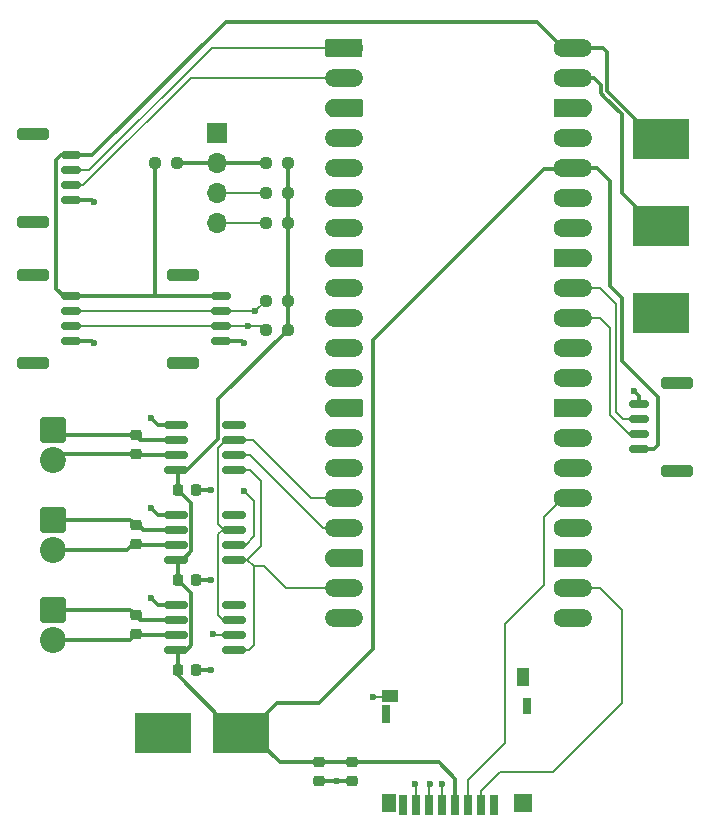
<source format=gtl>
%TF.GenerationSoftware,KiCad,Pcbnew,9.0.0*%
%TF.CreationDate,2025-06-15T18:58:11-04:00*%
%TF.ProjectId,data-logger,64617461-2d6c-46f6-9767-65722e6b6963,rev?*%
%TF.SameCoordinates,Original*%
%TF.FileFunction,Copper,L1,Top*%
%TF.FilePolarity,Positive*%
%FSLAX46Y46*%
G04 Gerber Fmt 4.6, Leading zero omitted, Abs format (unit mm)*
G04 Created by KiCad (PCBNEW 9.0.0) date 2025-06-15 18:58:11*
%MOMM*%
%LPD*%
G01*
G04 APERTURE LIST*
G04 Aperture macros list*
%AMRoundRect*
0 Rectangle with rounded corners*
0 $1 Rounding radius*
0 $2 $3 $4 $5 $6 $7 $8 $9 X,Y pos of 4 corners*
0 Add a 4 corners polygon primitive as box body*
4,1,4,$2,$3,$4,$5,$6,$7,$8,$9,$2,$3,0*
0 Add four circle primitives for the rounded corners*
1,1,$1+$1,$2,$3*
1,1,$1+$1,$4,$5*
1,1,$1+$1,$6,$7*
1,1,$1+$1,$8,$9*
0 Add four rect primitives between the rounded corners*
20,1,$1+$1,$2,$3,$4,$5,0*
20,1,$1+$1,$4,$5,$6,$7,0*
20,1,$1+$1,$6,$7,$8,$9,0*
20,1,$1+$1,$8,$9,$2,$3,0*%
%AMFreePoly0*
4,1,37,0.800000,0.796148,0.878414,0.796148,1.032228,0.765552,1.177117,0.705537,1.307515,0.618408,1.418408,0.507515,1.505537,0.377117,1.565552,0.232228,1.596148,0.078414,1.596148,-0.078414,1.565552,-0.232228,1.505537,-0.377117,1.418408,-0.507515,1.307515,-0.618408,1.177117,-0.705537,1.032228,-0.765552,0.878414,-0.796148,0.800000,-0.796148,0.800000,-0.800000,-1.400000,-0.800000,
-1.403843,-0.796157,-1.439018,-0.796157,-1.511114,-0.766294,-1.566294,-0.711114,-1.596157,-0.639018,-1.596157,-0.603843,-1.600000,-0.600000,-1.600000,0.600000,-1.596157,0.603843,-1.596157,0.639018,-1.566294,0.711114,-1.511114,0.766294,-1.439018,0.796157,-1.403843,0.796157,-1.400000,0.800000,0.800000,0.800000,0.800000,0.796148,0.800000,0.796148,$1*%
%AMFreePoly1*
4,1,37,1.403843,0.796157,1.439018,0.796157,1.511114,0.766294,1.566294,0.711114,1.596157,0.639018,1.596157,0.603843,1.600000,0.600000,1.600000,-0.600000,1.596157,-0.603843,1.596157,-0.639018,1.566294,-0.711114,1.511114,-0.766294,1.439018,-0.796157,1.403843,-0.796157,1.400000,-0.800000,-0.800000,-0.800000,-0.800000,-0.796148,-0.878414,-0.796148,-1.032228,-0.765552,-1.177117,-0.705537,
-1.307515,-0.618408,-1.418408,-0.507515,-1.505537,-0.377117,-1.565552,-0.232228,-1.596148,-0.078414,-1.596148,0.078414,-1.565552,0.232228,-1.505537,0.377117,-1.418408,0.507515,-1.307515,0.618408,-1.177117,0.705537,-1.032228,0.765552,-0.878414,0.796148,-0.800000,0.796148,-0.800000,0.800000,1.400000,0.800000,1.403843,0.796157,1.403843,0.796157,$1*%
%AMFreePoly2*
4,1,37,0.603843,0.796157,0.639018,0.796157,0.711114,0.766294,0.766294,0.711114,0.796157,0.639018,0.796157,0.603843,0.800000,0.600000,0.800000,-0.600000,0.796157,-0.603843,0.796157,-0.639018,0.766294,-0.711114,0.711114,-0.766294,0.639018,-0.796157,0.603843,-0.796157,0.600000,-0.800000,0.000000,-0.800000,0.000000,-0.796148,-0.078414,-0.796148,-0.232228,-0.765552,-0.377117,-0.705537,
-0.507515,-0.618408,-0.618408,-0.507515,-0.705537,-0.377117,-0.765552,-0.232228,-0.796148,-0.078414,-0.796148,0.078414,-0.765552,0.232228,-0.705537,0.377117,-0.618408,0.507515,-0.507515,0.618408,-0.377117,0.705537,-0.232228,0.765552,-0.078414,0.796148,0.000000,0.796148,0.000000,0.800000,0.600000,0.800000,0.603843,0.796157,0.603843,0.796157,$1*%
%AMFreePoly3*
4,1,37,0.000000,0.796148,0.078414,0.796148,0.232228,0.765552,0.377117,0.705537,0.507515,0.618408,0.618408,0.507515,0.705537,0.377117,0.765552,0.232228,0.796148,0.078414,0.796148,-0.078414,0.765552,-0.232228,0.705537,-0.377117,0.618408,-0.507515,0.507515,-0.618408,0.377117,-0.705537,0.232228,-0.765552,0.078414,-0.796148,0.000000,-0.796148,0.000000,-0.800000,-0.600000,-0.800000,
-0.603843,-0.796157,-0.639018,-0.796157,-0.711114,-0.766294,-0.766294,-0.711114,-0.796157,-0.639018,-0.796157,-0.603843,-0.800000,-0.600000,-0.800000,0.600000,-0.796157,0.603843,-0.796157,0.639018,-0.766294,0.711114,-0.711114,0.766294,-0.639018,0.796157,-0.603843,0.796157,-0.600000,0.800000,0.000000,0.800000,0.000000,0.796148,0.000000,0.796148,$1*%
G04 Aperture macros list end*
%TA.AperFunction,ComponentPad*%
%ADD10C,0.600000*%
%TD*%
%TA.AperFunction,SMDPad,CuDef*%
%ADD11R,4.699000X3.429000*%
%TD*%
%TA.AperFunction,SMDPad,CuDef*%
%ADD12RoundRect,0.225000X-0.225000X-0.250000X0.225000X-0.250000X0.225000X0.250000X-0.225000X0.250000X0*%
%TD*%
%TA.AperFunction,ComponentPad*%
%ADD13RoundRect,0.249999X-0.850001X0.850001X-0.850001X-0.850001X0.850001X-0.850001X0.850001X0.850001X0*%
%TD*%
%TA.AperFunction,ComponentPad*%
%ADD14C,2.200000*%
%TD*%
%TA.AperFunction,SMDPad,CuDef*%
%ADD15R,0.700000X1.750000*%
%TD*%
%TA.AperFunction,SMDPad,CuDef*%
%ADD16R,1.450000X1.000000*%
%TD*%
%TA.AperFunction,SMDPad,CuDef*%
%ADD17R,1.000000X1.550000*%
%TD*%
%TA.AperFunction,SMDPad,CuDef*%
%ADD18R,0.800000X1.500000*%
%TD*%
%TA.AperFunction,SMDPad,CuDef*%
%ADD19R,1.300000X1.500000*%
%TD*%
%TA.AperFunction,SMDPad,CuDef*%
%ADD20R,1.500000X1.500000*%
%TD*%
%TA.AperFunction,SMDPad,CuDef*%
%ADD21R,0.800000X1.400000*%
%TD*%
%TA.AperFunction,SMDPad,CuDef*%
%ADD22RoundRect,0.150000X-0.825000X-0.150000X0.825000X-0.150000X0.825000X0.150000X-0.825000X0.150000X0*%
%TD*%
%TA.AperFunction,SMDPad,CuDef*%
%ADD23RoundRect,0.237500X0.250000X0.237500X-0.250000X0.237500X-0.250000X-0.237500X0.250000X-0.237500X0*%
%TD*%
%TA.AperFunction,SMDPad,CuDef*%
%ADD24RoundRect,0.237500X-0.250000X-0.237500X0.250000X-0.237500X0.250000X0.237500X-0.250000X0.237500X0*%
%TD*%
%TA.AperFunction,SMDPad,CuDef*%
%ADD25FreePoly0,0.000000*%
%TD*%
%TA.AperFunction,ComponentPad*%
%ADD26RoundRect,0.200000X-0.600000X-0.600000X0.600000X-0.600000X0.600000X0.600000X-0.600000X0.600000X0*%
%TD*%
%TA.AperFunction,SMDPad,CuDef*%
%ADD27RoundRect,0.800000X-0.800000X-0.000010X0.800000X-0.000010X0.800000X0.000010X-0.800000X0.000010X0*%
%TD*%
%TA.AperFunction,ComponentPad*%
%ADD28C,1.600000*%
%TD*%
%TA.AperFunction,SMDPad,CuDef*%
%ADD29FreePoly1,0.000000*%
%TD*%
%TA.AperFunction,ComponentPad*%
%ADD30FreePoly2,0.000000*%
%TD*%
%TA.AperFunction,ComponentPad*%
%ADD31FreePoly3,0.000000*%
%TD*%
%TA.AperFunction,SMDPad,CuDef*%
%ADD32RoundRect,0.150000X-0.700000X0.150000X-0.700000X-0.150000X0.700000X-0.150000X0.700000X0.150000X0*%
%TD*%
%TA.AperFunction,SMDPad,CuDef*%
%ADD33RoundRect,0.250000X-1.100000X0.250000X-1.100000X-0.250000X1.100000X-0.250000X1.100000X0.250000X0*%
%TD*%
%TA.AperFunction,SMDPad,CuDef*%
%ADD34RoundRect,0.225000X-0.250000X0.225000X-0.250000X-0.225000X0.250000X-0.225000X0.250000X0.225000X0*%
%TD*%
%TA.AperFunction,SMDPad,CuDef*%
%ADD35RoundRect,0.225000X0.250000X-0.225000X0.250000X0.225000X-0.250000X0.225000X-0.250000X-0.225000X0*%
%TD*%
%TA.AperFunction,SMDPad,CuDef*%
%ADD36RoundRect,0.150000X0.700000X-0.150000X0.700000X0.150000X-0.700000X0.150000X-0.700000X-0.150000X0*%
%TD*%
%TA.AperFunction,SMDPad,CuDef*%
%ADD37RoundRect,0.250000X1.100000X-0.250000X1.100000X0.250000X-1.100000X0.250000X-1.100000X-0.250000X0*%
%TD*%
%TA.AperFunction,ComponentPad*%
%ADD38R,1.700000X1.700000*%
%TD*%
%TA.AperFunction,ComponentPad*%
%ADD39O,1.700000X1.700000*%
%TD*%
%TA.AperFunction,ViaPad*%
%ADD40C,0.600000*%
%TD*%
%TA.AperFunction,Conductor*%
%ADD41C,0.200000*%
%TD*%
%TA.AperFunction,Conductor*%
%ADD42C,0.304800*%
%TD*%
G04 APERTURE END LIST*
D10*
%TO.P,TP5,1,1*%
%TO.N,+3.3V*%
X119158000Y-131588000D03*
X119158000Y-132588000D03*
X119158000Y-133588000D03*
X119658000Y-132088000D03*
X119658000Y-133088000D03*
X120158000Y-131588000D03*
X120158000Y-132588000D03*
X120158000Y-133588000D03*
X120643900Y-133086281D03*
X120658000Y-132088000D03*
X121158000Y-131588000D03*
X121158000Y-132588000D03*
D11*
X121158000Y-132588000D03*
D10*
X121158000Y-133588000D03*
X121658000Y-132088000D03*
X121658000Y-133088000D03*
X122158000Y-131588000D03*
X122158000Y-132588000D03*
X122158000Y-133588000D03*
X122658000Y-132088000D03*
X122658000Y-133088000D03*
X123158000Y-131588000D03*
X123158000Y-132588000D03*
X123158000Y-133588000D03*
%TD*%
D12*
%TO.P,C10,1*%
%TO.N,+3.3V*%
X115811000Y-112014000D03*
%TO.P,C10,2*%
%TO.N,GND*%
X117361000Y-112014000D03*
%TD*%
D10*
%TO.P,TP3,1,1*%
%TO.N,GND*%
X112554000Y-131588000D03*
X112554000Y-132588000D03*
X112554000Y-133588000D03*
X113054000Y-132088000D03*
X113054000Y-133088000D03*
X113554000Y-131588000D03*
X113554000Y-132588000D03*
X113554000Y-133588000D03*
X114039900Y-133086281D03*
X114054000Y-132088000D03*
X114554000Y-131588000D03*
X114554000Y-132588000D03*
D11*
X114554000Y-132588000D03*
D10*
X114554000Y-133588000D03*
X115054000Y-132088000D03*
X115054000Y-133088000D03*
X115554000Y-131588000D03*
X115554000Y-132588000D03*
X115554000Y-133588000D03*
X116054000Y-132088000D03*
X116054000Y-133088000D03*
X116554000Y-131588000D03*
X116554000Y-132588000D03*
X116554000Y-133588000D03*
%TD*%
%TO.P,TP4,1,1*%
%TO.N,+5V*%
X154718000Y-81296000D03*
X154718000Y-82296000D03*
X154718000Y-83296000D03*
X155218000Y-81796000D03*
X155218000Y-82796000D03*
X155718000Y-81296000D03*
X155718000Y-82296000D03*
X155718000Y-83296000D03*
X156203900Y-82794281D03*
X156218000Y-81796000D03*
X156718000Y-81296000D03*
X156718000Y-82296000D03*
D11*
X156718000Y-82296000D03*
D10*
X156718000Y-83296000D03*
X157218000Y-81796000D03*
X157218000Y-82796000D03*
X157718000Y-81296000D03*
X157718000Y-82296000D03*
X157718000Y-83296000D03*
X158218000Y-81796000D03*
X158218000Y-82796000D03*
X158718000Y-81296000D03*
X158718000Y-82296000D03*
X158718000Y-83296000D03*
%TD*%
D13*
%TO.P,J3,1,Pin_1*%
%TO.N,Net-(J3-Pin_1)*%
X105288500Y-122174000D03*
D14*
%TO.P,J3,2,Pin_2*%
%TO.N,Net-(J3-Pin_2)*%
X105288500Y-124714000D03*
%TD*%
D15*
%TO.P,J7,1,DAT2*%
%TO.N,unconnected-(J7-DAT2-Pad1)*%
X142621000Y-138700000D03*
%TO.P,J7,2,DAT3/CD*%
%TO.N,CS0*%
X141521000Y-138700000D03*
%TO.P,J7,3,CMD*%
%TO.N,MOSI0*%
X140421000Y-138700000D03*
%TO.P,J7,4,VDD*%
%TO.N,+3.3V*%
X139321000Y-138700000D03*
%TO.P,J7,5,CLK*%
%TO.N,SCK0*%
X138221000Y-138700000D03*
%TO.P,J7,6,VSS*%
%TO.N,GND*%
X137121000Y-138700000D03*
%TO.P,J7,7,DAT0*%
%TO.N,MISO0*%
X136021000Y-138700000D03*
%TO.P,J7,8,DAT1*%
%TO.N,unconnected-(J7-DAT1-Pad8)*%
X134921000Y-138700000D03*
D16*
%TO.P,J7,9,SHIELD*%
%TO.N,GND*%
X133796000Y-129475000D03*
D17*
%TO.P,J7,10*%
%TO.N,N/C*%
X145021000Y-127900000D03*
D18*
%TO.P,J7,11*%
X133471000Y-130975000D03*
D19*
X133721000Y-138575000D03*
D20*
X145071000Y-138575000D03*
D21*
X145421000Y-130325000D03*
%TD*%
D22*
%TO.P,U5,1,GND*%
%TO.N,GND*%
X115635000Y-121745000D03*
%TO.P,U5,2,T-*%
%TO.N,Net-(J3-Pin_1)*%
X115635000Y-123015000D03*
%TO.P,U5,3,T+*%
%TO.N,Net-(J3-Pin_2)*%
X115635000Y-124285000D03*
%TO.P,U5,4,V_{CC}*%
%TO.N,+3.3V*%
X115635000Y-125555000D03*
%TO.P,U5,5,SCK*%
%TO.N,SCK1*%
X120585000Y-125555000D03*
%TO.P,U5,6,~{CS}*%
%TO.N,CS3*%
X120585000Y-124285000D03*
%TO.P,U5,7,SO*%
%TO.N,MISO1*%
X120585000Y-123015000D03*
%TO.P,U5,8,NC*%
%TO.N,unconnected-(U5-NC-Pad8)*%
X120585000Y-121745000D03*
%TD*%
D13*
%TO.P,J2,1,Pin_1*%
%TO.N,Net-(J2-Pin_1)*%
X105288500Y-114554000D03*
D14*
%TO.P,J2,2,Pin_2*%
%TO.N,Net-(J2-Pin_2)*%
X105288500Y-117094000D03*
%TD*%
D10*
%TO.P,TP2,1,1*%
%TO.N,GND*%
X154718000Y-96028000D03*
X154718000Y-97028000D03*
X154718000Y-98028000D03*
X155218000Y-96528000D03*
X155218000Y-97528000D03*
X155718000Y-96028000D03*
X155718000Y-97028000D03*
X155718000Y-98028000D03*
X156203900Y-97526281D03*
X156218000Y-96528000D03*
X156718000Y-96028000D03*
X156718000Y-97028000D03*
D11*
X156718000Y-97028000D03*
D10*
X156718000Y-98028000D03*
X157218000Y-96528000D03*
X157218000Y-97528000D03*
X157718000Y-96028000D03*
X157718000Y-97028000D03*
X157718000Y-98028000D03*
X158218000Y-96528000D03*
X158218000Y-97528000D03*
X158718000Y-96028000D03*
X158718000Y-97028000D03*
X158718000Y-98028000D03*
%TD*%
D12*
%TO.P,C8,1*%
%TO.N,+3.3V*%
X115811000Y-119634000D03*
%TO.P,C8,2*%
%TO.N,GND*%
X117361000Y-119634000D03*
%TD*%
D23*
%TO.P,R3,1*%
%TO.N,+3.3V*%
X125118500Y-96012000D03*
%TO.P,R3,2*%
%TO.N,SCL0*%
X123293500Y-96012000D03*
%TD*%
D24*
%TO.P,R5,1*%
%TO.N,+5V*%
X113895500Y-84358000D03*
%TO.P,R5,2*%
%TO.N,Net-(J9-Pin_2)*%
X115720500Y-84358000D03*
%TD*%
D10*
%TO.P,TP1,1,1*%
%TO.N,Net-(A1-VSYS)*%
X154718000Y-88662000D03*
X154718000Y-89662000D03*
X154718000Y-90662000D03*
X155218000Y-89162000D03*
X155218000Y-90162000D03*
X155718000Y-88662000D03*
X155718000Y-89662000D03*
X155718000Y-90662000D03*
X156203900Y-90160281D03*
X156218000Y-89162000D03*
X156718000Y-88662000D03*
X156718000Y-89662000D03*
D11*
X156718000Y-89662000D03*
D10*
X156718000Y-90662000D03*
X157218000Y-89162000D03*
X157218000Y-90162000D03*
X157718000Y-88662000D03*
X157718000Y-89662000D03*
X157718000Y-90662000D03*
X158218000Y-89162000D03*
X158218000Y-90162000D03*
X158718000Y-88662000D03*
X158718000Y-89662000D03*
X158718000Y-90662000D03*
%TD*%
D25*
%TO.P,A1,1,GPIO0*%
%TO.N,TX*%
X129873000Y-74615000D03*
D26*
X130673000Y-74615000D03*
D27*
%TO.P,A1,2,GPIO1*%
%TO.N,RX*%
X129873000Y-77155000D03*
D28*
X130673000Y-77155000D03*
D29*
%TO.P,A1,3,GND*%
%TO.N,GND*%
X129873000Y-79695000D03*
D30*
X130673000Y-79695000D03*
D27*
%TO.P,A1,4,GPIO2*%
%TO.N,SDA1*%
X129873000Y-82235000D03*
D28*
X130673000Y-82235000D03*
D27*
%TO.P,A1,5,GPIO3*%
%TO.N,SCL1*%
X129873000Y-84775000D03*
D28*
X130673000Y-84775000D03*
D27*
%TO.P,A1,6,GPIO4*%
%TO.N,SDA0*%
X129873000Y-87315000D03*
D28*
X130673000Y-87315000D03*
D27*
%TO.P,A1,7,GPIO5*%
%TO.N,SCL0*%
X129873000Y-89855000D03*
D28*
X130673000Y-89855000D03*
D29*
%TO.P,A1,8,GND*%
%TO.N,GND*%
X129873000Y-92395000D03*
D30*
X130673000Y-92395000D03*
D27*
%TO.P,A1,9,GPIO6*%
%TO.N,unconnected-(A1-GPIO6-Pad9)*%
X129873000Y-94935000D03*
D28*
X130673000Y-94935000D03*
D27*
%TO.P,A1,10,GPIO7*%
%TO.N,unconnected-(A1-GPIO7-Pad10)*%
X129873000Y-97475000D03*
D28*
X130673000Y-97475000D03*
D27*
%TO.P,A1,11,GPIO8*%
%TO.N,CS3*%
X129873000Y-100015000D03*
D28*
X130673000Y-100015000D03*
D27*
%TO.P,A1,12,GPIO9*%
%TO.N,CS2*%
X129873000Y-102555000D03*
D28*
X130673000Y-102555000D03*
D29*
%TO.P,A1,13,GND*%
%TO.N,GND*%
X129873000Y-105095000D03*
D30*
X130673000Y-105095000D03*
D27*
%TO.P,A1,14,GPIO10*%
%TO.N,unconnected-(A1-GPIO10-Pad14)*%
X129873000Y-107635000D03*
D28*
X130673000Y-107635000D03*
D27*
%TO.P,A1,15,GPIO11*%
%TO.N,unconnected-(A1-GPIO11-Pad15)*%
X129873000Y-110175000D03*
D28*
X130673000Y-110175000D03*
D27*
%TO.P,A1,16,GPIO12*%
%TO.N,MISO1*%
X129873000Y-112715000D03*
D28*
X130673000Y-112715000D03*
D27*
%TO.P,A1,17,GPIO13*%
%TO.N,CS1*%
X129873000Y-115255000D03*
D28*
X130673000Y-115255000D03*
D29*
%TO.P,A1,18,GND*%
%TO.N,GND*%
X129873000Y-117795000D03*
D30*
X130673000Y-117795000D03*
D27*
%TO.P,A1,19,GPIO14*%
%TO.N,SCK1*%
X129873000Y-120335000D03*
D28*
X130673000Y-120335000D03*
D27*
%TO.P,A1,20,GPIO15*%
%TO.N,unconnected-(A1-GPIO15-Pad20)*%
X129873000Y-122875000D03*
D28*
X130673000Y-122875000D03*
%TO.P,A1,21,GPIO16*%
%TO.N,MISO0*%
X148453000Y-122875000D03*
D27*
X149253000Y-122875000D03*
D28*
%TO.P,A1,22,GPIO17*%
%TO.N,CS0*%
X148453000Y-120335000D03*
D27*
X149253000Y-120335000D03*
D31*
%TO.P,A1,23,GND*%
%TO.N,GND*%
X148453000Y-117795000D03*
D25*
X149253000Y-117795000D03*
D28*
%TO.P,A1,24,GPIO18*%
%TO.N,SCK0*%
X148453000Y-115255000D03*
D27*
X149253000Y-115255000D03*
D28*
%TO.P,A1,25,GPIO19*%
%TO.N,MOSI0*%
X148453000Y-112715000D03*
D27*
X149253000Y-112715000D03*
D28*
%TO.P,A1,26,GPIO20*%
%TO.N,unconnected-(A1-GPIO20-Pad26)*%
X148453000Y-110175000D03*
D27*
X149253000Y-110175000D03*
D28*
%TO.P,A1,27,GPIO21*%
%TO.N,unconnected-(A1-GPIO21-Pad27)*%
X148453000Y-107635000D03*
D27*
X149253000Y-107635000D03*
D31*
%TO.P,A1,28,GND*%
%TO.N,GND*%
X148453000Y-105095000D03*
D25*
X149253000Y-105095000D03*
D28*
%TO.P,A1,29,GPIO22*%
%TO.N,unconnected-(A1-GPIO22-Pad29)*%
X148453000Y-102555000D03*
D27*
X149253000Y-102555000D03*
D28*
%TO.P,A1,30,RUN*%
%TO.N,unconnected-(A1-RUN-Pad30)*%
X148453000Y-100015000D03*
D27*
X149253000Y-100015000D03*
D28*
%TO.P,A1,31,GPIO26_ADC0*%
%TO.N,ADC0*%
X148453000Y-97475000D03*
D27*
X149253000Y-97475000D03*
D28*
%TO.P,A1,32,GPIO27_ADC1*%
%TO.N,ADC1*%
X148453000Y-94935000D03*
D27*
X149253000Y-94935000D03*
D31*
%TO.P,A1,33,AGND*%
%TO.N,GND*%
X148453000Y-92395000D03*
D25*
X149253000Y-92395000D03*
D28*
%TO.P,A1,34,GPIO28_ADC2*%
%TO.N,unconnected-(A1-GPIO28_ADC2-Pad34)*%
X148453000Y-89855000D03*
D27*
X149253000Y-89855000D03*
D28*
%TO.P,A1,35,ADC_VREF*%
%TO.N,unconnected-(A1-ADC_VREF-Pad35)*%
X148453000Y-87315000D03*
D27*
X149253000Y-87315000D03*
D28*
%TO.P,A1,36,3V3*%
%TO.N,+3.3V*%
X148453000Y-84775000D03*
D27*
X149253000Y-84775000D03*
D28*
%TO.P,A1,37,3V3_EN*%
%TO.N,unconnected-(A1-3V3_EN-Pad37)*%
X148453000Y-82235000D03*
D27*
X149253000Y-82235000D03*
D31*
%TO.P,A1,38,GND*%
%TO.N,GND*%
X148453000Y-79695000D03*
D25*
X149253000Y-79695000D03*
D28*
%TO.P,A1,39,VSYS*%
%TO.N,Net-(A1-VSYS)*%
X148453000Y-77155000D03*
D27*
X149253000Y-77155000D03*
D28*
%TO.P,A1,40,VBUS*%
%TO.N,+5V*%
X148453000Y-74615000D03*
D27*
X149253000Y-74615000D03*
%TD*%
D23*
%TO.P,R2,1*%
%TO.N,+3.3V*%
X125118500Y-89408000D03*
%TO.P,R2,2*%
%TO.N,SDA1*%
X123293500Y-89408000D03*
%TD*%
D12*
%TO.P,C5,1*%
%TO.N,+3.3V*%
X115811000Y-127254000D03*
%TO.P,C5,2*%
%TO.N,GND*%
X117361000Y-127254000D03*
%TD*%
D23*
%TO.P,R1,1*%
%TO.N,+3.3V*%
X125118500Y-86868000D03*
%TO.P,R1,2*%
%TO.N,SCL1*%
X123293500Y-86868000D03*
%TD*%
D32*
%TO.P,J8,1,Pin_1*%
%TO.N,+5V*%
X106752000Y-95661000D03*
%TO.P,J8,2,Pin_2*%
%TO.N,SCL0*%
X106752000Y-96911000D03*
%TO.P,J8,3,Pin_3*%
%TO.N,SDA0*%
X106752000Y-98161000D03*
%TO.P,J8,4,Pin_4*%
%TO.N,GND*%
X106752000Y-99411000D03*
D33*
%TO.P,J8,MP*%
%TO.N,N/C*%
X103552000Y-93811000D03*
X103552000Y-101261000D03*
%TD*%
D22*
%TO.P,U4,1,GND*%
%TO.N,GND*%
X115635000Y-114149000D03*
%TO.P,U4,2,T-*%
%TO.N,Net-(J2-Pin_1)*%
X115635000Y-115419000D03*
%TO.P,U4,3,T+*%
%TO.N,Net-(J2-Pin_2)*%
X115635000Y-116689000D03*
%TO.P,U4,4,V_{CC}*%
%TO.N,+3.3V*%
X115635000Y-117959000D03*
%TO.P,U4,5,SCK*%
%TO.N,SCK1*%
X120585000Y-117959000D03*
%TO.P,U4,6,~{CS}*%
%TO.N,CS2*%
X120585000Y-116689000D03*
%TO.P,U4,7,SO*%
%TO.N,MISO1*%
X120585000Y-115419000D03*
%TO.P,U4,8,NC*%
%TO.N,unconnected-(U4-NC-Pad8)*%
X120585000Y-114149000D03*
%TD*%
D32*
%TO.P,J5,1,Pin_1*%
%TO.N,+5V*%
X106752000Y-83723000D03*
%TO.P,J5,2,Pin_2*%
%TO.N,TX*%
X106752000Y-84973000D03*
%TO.P,J5,3,Pin_3*%
%TO.N,RX*%
X106752000Y-86223000D03*
%TO.P,J5,4,Pin_4*%
%TO.N,GND*%
X106752000Y-87473000D03*
D33*
%TO.P,J5,MP*%
%TO.N,N/C*%
X103552000Y-81873000D03*
X103552000Y-89323000D03*
%TD*%
D34*
%TO.P,C12,1*%
%TO.N,+3.3V*%
X127762000Y-135115000D03*
%TO.P,C12,2*%
%TO.N,GND*%
X127762000Y-136665000D03*
%TD*%
D35*
%TO.P,C9,1*%
%TO.N,Net-(J3-Pin_2)*%
X112268000Y-124219000D03*
%TO.P,C9,2*%
%TO.N,Net-(J3-Pin_1)*%
X112268000Y-122669000D03*
%TD*%
D22*
%TO.P,U3,1,GND*%
%TO.N,GND*%
X115635000Y-106553000D03*
%TO.P,U3,2,T-*%
%TO.N,Net-(J1-Pin_1)*%
X115635000Y-107823000D03*
%TO.P,U3,3,T+*%
%TO.N,Net-(J1-Pin_2)*%
X115635000Y-109093000D03*
%TO.P,U3,4,V_{CC}*%
%TO.N,+3.3V*%
X115635000Y-110363000D03*
%TO.P,U3,5,SCK*%
%TO.N,SCK1*%
X120585000Y-110363000D03*
%TO.P,U3,6,~{CS}*%
%TO.N,CS1*%
X120585000Y-109093000D03*
%TO.P,U3,7,SO*%
%TO.N,MISO1*%
X120585000Y-107823000D03*
%TO.P,U3,8,NC*%
%TO.N,unconnected-(U3-NC-Pad8)*%
X120585000Y-106553000D03*
%TD*%
D35*
%TO.P,C7,1*%
%TO.N,Net-(J2-Pin_2)*%
X112268000Y-116599000D03*
%TO.P,C7,2*%
%TO.N,Net-(J2-Pin_1)*%
X112268000Y-115049000D03*
%TD*%
D13*
%TO.P,J1,1,Pin_1*%
%TO.N,Net-(J1-Pin_1)*%
X105288500Y-106934000D03*
D14*
%TO.P,J1,2,Pin_2*%
%TO.N,Net-(J1-Pin_2)*%
X105288500Y-109474000D03*
%TD*%
D36*
%TO.P,J6,1,Pin_1*%
%TO.N,+3.3V*%
X154868000Y-108555000D03*
%TO.P,J6,2,Pin_2*%
%TO.N,ADC0*%
X154868000Y-107305000D03*
%TO.P,J6,3,Pin_3*%
%TO.N,ADC1*%
X154868000Y-106055000D03*
%TO.P,J6,4,Pin_4*%
%TO.N,GND*%
X154868000Y-104805000D03*
D37*
%TO.P,J6,MP*%
%TO.N,N/C*%
X158068000Y-110405000D03*
X158068000Y-102955000D03*
%TD*%
D38*
%TO.P,J9,1,Pin_1*%
%TO.N,GND*%
X119151000Y-81798000D03*
D39*
%TO.P,J9,2,Pin_2*%
%TO.N,Net-(J9-Pin_2)*%
X119151000Y-84338000D03*
%TO.P,J9,3,Pin_3*%
%TO.N,SCL1*%
X119151000Y-86878000D03*
%TO.P,J9,4,Pin_4*%
%TO.N,SDA1*%
X119151000Y-89418000D03*
%TD*%
D32*
%TO.P,J4,1,Pin_1*%
%TO.N,+5V*%
X119452000Y-95661000D03*
%TO.P,J4,2,Pin_2*%
%TO.N,SCL0*%
X119452000Y-96911000D03*
%TO.P,J4,3,Pin_3*%
%TO.N,SDA0*%
X119452000Y-98161000D03*
%TO.P,J4,4,Pin_4*%
%TO.N,GND*%
X119452000Y-99411000D03*
D33*
%TO.P,J4,MP*%
%TO.N,N/C*%
X116252000Y-93811000D03*
X116252000Y-101261000D03*
%TD*%
D23*
%TO.P,R4,1*%
%TO.N,+3.3V*%
X125118500Y-98522000D03*
%TO.P,R4,2*%
%TO.N,SDA0*%
X123293500Y-98522000D03*
%TD*%
D34*
%TO.P,C11,1*%
%TO.N,+3.3V*%
X130556000Y-135115000D03*
%TO.P,C11,2*%
%TO.N,GND*%
X130556000Y-136665000D03*
%TD*%
D35*
%TO.P,C6,1*%
%TO.N,Net-(J1-Pin_2)*%
X112268000Y-108979000D03*
%TO.P,C6,2*%
%TO.N,Net-(J1-Pin_1)*%
X112268000Y-107429000D03*
%TD*%
D23*
%TO.P,R6,1*%
%TO.N,+3.3V*%
X125118500Y-84328000D03*
%TO.P,R6,2*%
%TO.N,Net-(J9-Pin_2)*%
X123293500Y-84328000D03*
%TD*%
D40*
%TO.N,CS3*%
X118770400Y-124206000D03*
%TO.N,CS2*%
X121462800Y-112141000D03*
%TO.N,SDA0*%
X121793000Y-98161000D03*
%TO.N,SCL0*%
X122394500Y-96911000D03*
%TO.N,GND*%
X113538000Y-113538000D03*
X118618000Y-112014000D03*
X113538000Y-105918000D03*
X113538000Y-121158000D03*
X118618000Y-119634000D03*
X118618000Y-127254000D03*
X129286000Y-136665000D03*
X121412000Y-99568000D03*
X108712000Y-99568000D03*
X108712000Y-87630000D03*
X154432000Y-103632000D03*
X132334000Y-129540000D03*
%TO.N,MISO0*%
X135890000Y-136906000D03*
%TO.N,SCK0*%
X138176000Y-136906000D03*
%TO.N,GND*%
X137160000Y-136906000D03*
%TD*%
D41*
%TO.N,CS3*%
X118849400Y-124285000D02*
X118770400Y-124206000D01*
X120585000Y-124285000D02*
X118849400Y-124285000D01*
%TO.N,CS2*%
X122275600Y-113614200D02*
X122275600Y-112953800D01*
X122275600Y-112953800D02*
X121462800Y-112141000D01*
X122275600Y-115973399D02*
X122275600Y-113614200D01*
X120585000Y-116689000D02*
X121559999Y-116689000D01*
X121559999Y-116689000D02*
X122275600Y-115973399D01*
%TO.N,SCK1*%
X122859800Y-116817400D02*
X121718200Y-117959000D01*
X121945400Y-110363000D02*
X122859800Y-111277400D01*
X122859800Y-111277400D02*
X122859800Y-116817400D01*
X120585000Y-110363000D02*
X121945400Y-110363000D01*
%TO.N,CS1*%
X128132800Y-115255000D02*
X130673000Y-115255000D01*
X121970800Y-109093000D02*
X128132800Y-115255000D01*
X120585000Y-109093000D02*
X121970800Y-109093000D01*
%TO.N,MISO1*%
X127091400Y-112715000D02*
X130673000Y-112715000D01*
X122199400Y-107823000D02*
X127091400Y-112715000D01*
X120585000Y-107823000D02*
X122199400Y-107823000D01*
%TO.N,SCK1*%
X123113800Y-118491000D02*
X122250200Y-118491000D01*
X124957800Y-120335000D02*
X123113800Y-118491000D01*
X129873000Y-120335000D02*
X124957800Y-120335000D01*
X121718200Y-117959000D02*
X120585000Y-117959000D01*
X122250200Y-118491000D02*
X121718200Y-117959000D01*
X122250200Y-125145800D02*
X122250200Y-118491000D01*
X121841000Y-125555000D02*
X122250200Y-125145800D01*
X120585000Y-125555000D02*
X121841000Y-125555000D01*
%TO.N,MISO1*%
X119761000Y-115419000D02*
X120585000Y-115419000D01*
X119253000Y-108508800D02*
X119253000Y-114911000D01*
X119430800Y-108331000D02*
X119253000Y-108508800D01*
X119913400Y-107823000D02*
X119430800Y-108305600D01*
X119430800Y-108305600D02*
X119430800Y-108331000D01*
X119253000Y-114911000D02*
X119761000Y-115419000D01*
X120585000Y-107823000D02*
X119913400Y-107823000D01*
X119202200Y-122607199D02*
X119610001Y-123015000D01*
X119202200Y-120319800D02*
X119202200Y-122607199D01*
X119219000Y-120303000D02*
X119202200Y-120319800D01*
X119219000Y-115810001D02*
X119219000Y-120303000D01*
X119610001Y-115419000D02*
X119219000Y-115810001D01*
X119610001Y-123015000D02*
X120585000Y-123015000D01*
X120585000Y-115419000D02*
X119610001Y-115419000D01*
%TO.N,SDA0*%
X121793000Y-98161000D02*
X122932500Y-98161000D01*
X119452000Y-98161000D02*
X121793000Y-98161000D01*
%TO.N,SCL0*%
X106752000Y-96911000D02*
X119452000Y-96911000D01*
%TO.N,SDA0*%
X119452000Y-98161000D02*
X106752000Y-98161000D01*
D42*
%TO.N,GND*%
X114149000Y-114149000D02*
X113538000Y-113538000D01*
X115635000Y-114149000D02*
X114149000Y-114149000D01*
X117361000Y-112014000D02*
X118618000Y-112014000D01*
X114173000Y-106553000D02*
X113538000Y-105918000D01*
X115635000Y-106553000D02*
X114173000Y-106553000D01*
X114125000Y-121745000D02*
X113538000Y-121158000D01*
X115635000Y-121745000D02*
X114125000Y-121745000D01*
X117361000Y-119634000D02*
X118618000Y-119634000D01*
X117361000Y-127254000D02*
X118618000Y-127254000D01*
%TO.N,+3.3V*%
X121666000Y-132588000D02*
X121158000Y-132588000D01*
X127762000Y-130048000D02*
X124206000Y-130048000D01*
X124206000Y-130048000D02*
X121666000Y-132588000D01*
X132309600Y-125500400D02*
X127762000Y-130048000D01*
X132309600Y-99338400D02*
X132309600Y-125500400D01*
X146812000Y-84836000D02*
X132309600Y-99338400D01*
X148392000Y-84836000D02*
X146812000Y-84836000D01*
X148453000Y-84775000D02*
X148392000Y-84836000D01*
%TO.N,GND*%
X130556000Y-136665000D02*
X129286000Y-136665000D01*
X129286000Y-136665000D02*
X127762000Y-136665000D01*
%TO.N,+3.3V*%
X115811000Y-127749000D02*
X119658000Y-131596000D01*
X119658000Y-131596000D02*
X119658000Y-132088000D01*
X115811000Y-127254000D02*
X115811000Y-127749000D01*
%TO.N,+5V*%
X146228000Y-72390000D02*
X148453000Y-74615000D01*
X119888000Y-72390000D02*
X146228000Y-72390000D01*
X108555000Y-83723000D02*
X119888000Y-72390000D01*
X106752000Y-83723000D02*
X108555000Y-83723000D01*
X105548600Y-84076401D02*
X105902001Y-83723000D01*
X105548600Y-95050100D02*
X105548600Y-84076401D01*
X106752000Y-95661000D02*
X106159500Y-95661000D01*
X106159500Y-95661000D02*
X105548600Y-95050100D01*
X105902001Y-83723000D02*
X106752000Y-83723000D01*
X113895500Y-84358000D02*
X113895500Y-95510500D01*
X113895500Y-95510500D02*
X114046000Y-95661000D01*
X114046000Y-95661000D02*
X119452000Y-95661000D01*
X106752000Y-95661000D02*
X114046000Y-95661000D01*
%TO.N,+3.3V*%
X125118500Y-91186000D02*
X125118500Y-84328000D01*
X119256600Y-104383900D02*
X125118500Y-98522000D01*
X119256600Y-107716399D02*
X119256600Y-104383900D01*
X116609999Y-110363000D02*
X119256600Y-107716399D01*
X115635000Y-110363000D02*
X116609999Y-110363000D01*
X116963400Y-117224600D02*
X116229000Y-117959000D01*
X116229000Y-117959000D02*
X115635000Y-117959000D01*
X115811000Y-112014000D02*
X116963400Y-113166400D01*
X116963400Y-113166400D02*
X116963400Y-117224600D01*
X116609999Y-125555000D02*
X115635000Y-125555000D01*
X116963400Y-120786400D02*
X116963400Y-125201599D01*
X116963400Y-125201599D02*
X116609999Y-125555000D01*
X115811000Y-119634000D02*
X116963400Y-120786400D01*
X115811000Y-125731000D02*
X115635000Y-125555000D01*
X115811000Y-127254000D02*
X115811000Y-125731000D01*
X115811000Y-118135000D02*
X115635000Y-117959000D01*
X115811000Y-119634000D02*
X115811000Y-118135000D01*
X115811000Y-112014000D02*
X115811000Y-110539000D01*
X115811000Y-110539000D02*
X115635000Y-110363000D01*
X125118500Y-96012000D02*
X125118500Y-91186000D01*
X125118500Y-98522000D02*
X125118500Y-96012000D01*
%TO.N,Net-(J9-Pin_2)*%
X119634000Y-84328000D02*
X123293500Y-84328000D01*
X119624000Y-84338000D02*
X119634000Y-84328000D01*
X119151000Y-84338000D02*
X119624000Y-84338000D01*
X119131000Y-84358000D02*
X119151000Y-84338000D01*
X115720500Y-84358000D02*
X119131000Y-84358000D01*
%TO.N,GND*%
X121255000Y-99411000D02*
X121412000Y-99568000D01*
X119452000Y-99411000D02*
X121255000Y-99411000D01*
X108555000Y-99411000D02*
X108712000Y-99568000D01*
X106752000Y-99411000D02*
X108555000Y-99411000D01*
X108555000Y-87473000D02*
X108712000Y-87630000D01*
X106752000Y-87473000D02*
X108555000Y-87473000D01*
X154868000Y-104068000D02*
X154432000Y-103632000D01*
X154868000Y-104805000D02*
X154868000Y-104068000D01*
%TO.N,+3.3V*%
X156464000Y-108204000D02*
X156113000Y-108555000D01*
X156464000Y-104140000D02*
X156464000Y-108204000D01*
X153416000Y-101092000D02*
X156464000Y-104140000D01*
X152400000Y-94742000D02*
X153416000Y-95758000D01*
X153416000Y-95758000D02*
X153416000Y-101092000D01*
X152400000Y-85852000D02*
X152400000Y-94742000D01*
X156113000Y-108555000D02*
X154868000Y-108555000D01*
X151323000Y-84775000D02*
X152400000Y-85852000D01*
X149253000Y-84775000D02*
X151323000Y-84775000D01*
%TO.N,Net-(A1-VSYS)*%
X153416000Y-86868000D02*
X156203900Y-89655900D01*
X156203900Y-89655900D02*
X156203900Y-90160281D01*
X151936491Y-78737800D02*
X153416000Y-80217310D01*
X151640200Y-78441510D02*
X151936491Y-78737800D01*
X151640200Y-78441510D02*
X151640200Y-78441509D01*
X151640200Y-78022490D02*
X151640200Y-78441510D01*
X151640200Y-77726200D02*
X151640200Y-78022490D01*
X151069000Y-77155000D02*
X151640200Y-77726200D01*
X149253000Y-77155000D02*
X151069000Y-77155000D01*
X153416000Y-80217310D02*
X153416000Y-86868000D01*
%TO.N,+5V*%
X152146000Y-74930000D02*
X151831000Y-74615000D01*
X152146000Y-78232000D02*
X152146000Y-74930000D01*
X154718000Y-80804000D02*
X152146000Y-78232000D01*
X154718000Y-82296000D02*
X154718000Y-80804000D01*
X151831000Y-74615000D02*
X149253000Y-74615000D01*
%TO.N,Net-(J1-Pin_2)*%
X105783500Y-108979000D02*
X105288500Y-109474000D01*
X112268000Y-108979000D02*
X105783500Y-108979000D01*
%TO.N,Net-(J1-Pin_1)*%
X105783500Y-107429000D02*
X105288500Y-106934000D01*
X112268000Y-107429000D02*
X105783500Y-107429000D01*
X112662000Y-107823000D02*
X112268000Y-107429000D01*
X115635000Y-107823000D02*
X112662000Y-107823000D01*
%TO.N,Net-(J1-Pin_2)*%
X112382000Y-109093000D02*
X112268000Y-108979000D01*
X115635000Y-109093000D02*
X112382000Y-109093000D01*
%TO.N,Net-(J2-Pin_1)*%
X112879000Y-115419000D02*
X115635000Y-115419000D01*
X112509000Y-115049000D02*
X112879000Y-115419000D01*
X112268000Y-115049000D02*
X112509000Y-115049000D01*
X111773000Y-114554000D02*
X112268000Y-115049000D01*
X105288500Y-114554000D02*
X111773000Y-114554000D01*
%TO.N,Net-(J2-Pin_2)*%
X111506000Y-117094000D02*
X105288500Y-117094000D01*
X112268000Y-116599000D02*
X112001000Y-116599000D01*
X112001000Y-116599000D02*
X111506000Y-117094000D01*
X112358000Y-116689000D02*
X112268000Y-116599000D01*
X115635000Y-116689000D02*
X112358000Y-116689000D01*
%TO.N,Net-(J3-Pin_1)*%
X112614000Y-123015000D02*
X112268000Y-122669000D01*
X115635000Y-123015000D02*
X112614000Y-123015000D01*
X111773000Y-122174000D02*
X112268000Y-122669000D01*
X105288500Y-122174000D02*
X111773000Y-122174000D01*
%TO.N,Net-(J3-Pin_2)*%
X112334000Y-124285000D02*
X112268000Y-124219000D01*
X115635000Y-124285000D02*
X112334000Y-124285000D01*
X111773000Y-124714000D02*
X112268000Y-124219000D01*
X105288500Y-124714000D02*
X111773000Y-124714000D01*
%TO.N,+3.3V*%
X121420000Y-132088000D02*
X120658000Y-132088000D01*
X127762000Y-135115000D02*
X124447000Y-135115000D01*
X124447000Y-135115000D02*
X121420000Y-132088000D01*
X130556000Y-135115000D02*
X127762000Y-135115000D01*
X137909000Y-135115000D02*
X130556000Y-135115000D01*
X139321000Y-138700000D02*
X139321000Y-136527000D01*
X139321000Y-136527000D02*
X137909000Y-135115000D01*
D41*
%TO.N,TX*%
X118679000Y-74615000D02*
X130673000Y-74615000D01*
X108321000Y-84973000D02*
X118679000Y-74615000D01*
X106752000Y-84973000D02*
X108321000Y-84973000D01*
%TO.N,RX*%
X116901000Y-77155000D02*
X130673000Y-77155000D01*
X107833000Y-86223000D02*
X116901000Y-77155000D01*
X106752000Y-86223000D02*
X107833000Y-86223000D01*
%TO.N,SCL1*%
X119151000Y-86878000D02*
X123283500Y-86878000D01*
X123283500Y-86878000D02*
X123293500Y-86868000D01*
%TO.N,SDA1*%
X119161000Y-89408000D02*
X119151000Y-89418000D01*
X123293500Y-89408000D02*
X119161000Y-89408000D01*
%TO.N,SCL0*%
X122394500Y-96911000D02*
X123293500Y-96012000D01*
X119452000Y-96911000D02*
X122394500Y-96911000D01*
%TO.N,SDA0*%
X122932500Y-98161000D02*
X123293500Y-98522000D01*
%TO.N,GND*%
X133731000Y-129540000D02*
X133796000Y-129475000D01*
X132334000Y-129540000D02*
X133731000Y-129540000D01*
%TO.N,ADC1*%
X152908000Y-96266000D02*
X151577000Y-94935000D01*
X153553000Y-106055000D02*
X152908000Y-105410000D01*
X151577000Y-94935000D02*
X148453000Y-94935000D01*
X154868000Y-106055000D02*
X153553000Y-106055000D01*
X152908000Y-105410000D02*
X152908000Y-96266000D01*
%TO.N,ADC0*%
X151577000Y-97475000D02*
X149253000Y-97475000D01*
X152400000Y-98298000D02*
X151577000Y-97475000D01*
X152400000Y-105686999D02*
X152400000Y-98298000D01*
X154018001Y-107305000D02*
X152400000Y-105686999D01*
X154868000Y-107305000D02*
X154018001Y-107305000D01*
%TO.N,MISO0*%
X136021000Y-137037000D02*
X135890000Y-136906000D01*
X136021000Y-138700000D02*
X136021000Y-137037000D01*
%TO.N,SCK0*%
X138221000Y-136951000D02*
X138176000Y-136906000D01*
X138221000Y-138700000D02*
X138221000Y-136951000D01*
%TO.N,GND*%
X137121000Y-136945000D02*
X137160000Y-136906000D01*
X137121000Y-138700000D02*
X137121000Y-136945000D01*
%TO.N,MOSI0*%
X143510000Y-123380731D02*
X146812000Y-120078731D01*
X143510000Y-133478836D02*
X143510000Y-123380731D01*
X146812000Y-120078731D02*
X146812000Y-114356000D01*
X146812000Y-114356000D02*
X148453000Y-112715000D01*
X140421000Y-136567836D02*
X143510000Y-133478836D01*
X140421000Y-138700000D02*
X140421000Y-136567836D01*
%TO.N,CS0*%
X153416000Y-130048000D02*
X153416000Y-122174000D01*
X147574000Y-135890000D02*
X153416000Y-130048000D01*
X143130836Y-135890000D02*
X147574000Y-135890000D01*
X141521000Y-137499836D02*
X143130836Y-135890000D01*
X151577000Y-120335000D02*
X149253000Y-120335000D01*
X141521000Y-138700000D02*
X141521000Y-137499836D01*
X153416000Y-122174000D02*
X151577000Y-120335000D01*
%TD*%
M02*

</source>
